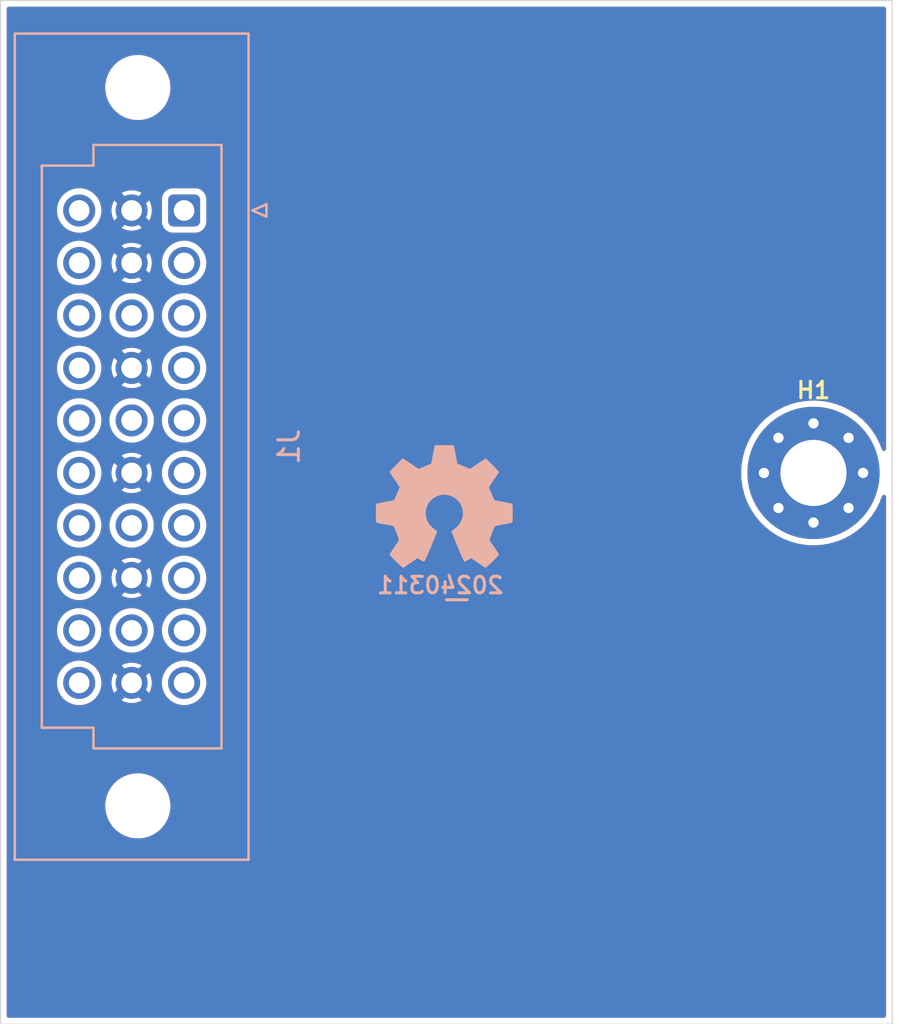
<source format=kicad_pcb>
(kicad_pcb (version 20221018) (generator pcbnew)
  (layers (0 "F.Cu" mixed) (31 "B.Cu" mixed) (34 "B.Paste" user) (35 "F.Paste" user) (36 "B.SilkS" user "B.Silkscreen") (37 "F.SilkS" user "F.Silkscreen") (38 "B.Mask" user) (39 "F.Mask" user) (44 "Edge.Cuts" user))
  (net 0 "")
  (net 1 "GND")
  (net 2 "/+aV")
  (net 3 "/+5V")
  (net 16 "/-aV")
  (net 17 "/xV")
  (footprint "SquantorPcbOutline:MountingHole_3.2mm_M3_Pad_Via" (layer "F.Cu") (at 179.07 86.36)
    (fp_text reference "H1" (at 0 -4) (layer "F.SilkS") (effects (font (size 0.8 0.8))))
    (fp_text value "MountingHole")
    (pad "1" thru_hole circle (at -2.4 0) (size 0.9 0.9) (drill 0.5) (layers "*.Cu" "*.Mask"))
    (pad "1" thru_hole circle (at -1.697056 -1.697056) (size 0.9 0.9) (drill 0.5) (layers "*.Cu" "*.Mask"))
    (pad "1" thru_hole circle (at -1.697056 1.697056) (size 0.9 0.9) (drill 0.5) (layers "*.Cu" "*.Mask"))
    (pad "1" thru_hole circle (at 0 -2.4) (size 0.9 0.9) (drill 0.5) (layers "*.Cu" "*.Mask"))
    (pad "1" thru_hole circle (at 0 0) (size 6.4 6.4) (drill 3.2) (layers "*.Cu" "*.Mask"))
    (pad "1" thru_hole circle (at 0 2.4) (size 0.9 0.9) (drill 0.5) (layers "*.Cu" "*.Mask"))
    (pad "1" thru_hole circle (at 1.697056 -1.697056) (size 0.9 0.9) (drill 0.5) (layers "*.Cu" "*.Mask"))
    (pad "1" thru_hole circle (at 1.697056 1.697056) (size 0.9 0.9) (drill 0.5) (layers "*.Cu" "*.Mask"))
    (pad "1" thru_hole circle (at 2.4 0) (size 0.9 0.9) (drill 0.5) (layers "*.Cu" "*.Mask"))
  )
  (footprint "SquantorLabels:Label_Generic" (layer "B.Cu") (at 161.8 91.9 180)
    (fp_text reference "N1" hide)
    (fp_text value "20240311" (at 0.8 0.1) (layer "B.SilkS") (effects (font (size 0.8 0.8)) (justify mirror)))
    (fp_line (start -0.5 -0.6) (end 0.5 -0.6) (stroke (width 0.15)) (layer "B.SilkS"))
  )
  (footprint "Symbol:OSHW-Symbol_6.7x6mm_SilkScreen" (layer "B.Cu") (at 161.2 88 180)
    (fp_text reference "N2" hide)
    (fp_text value "OHWLOGO" hide)
    (fp_poly (pts (xy 0.555814 2.531069) (xy 0.639635 2.086445) (xy 0.94892 1.958947) (xy 1.258206 1.831449) (xy 1.629246 2.083754) (xy 1.733157 2.154004) (xy 1.827087 2.216728) (xy 1.906652 2.269062) (xy 1.96747 2.308143) (xy 2.005157 2.331107) (xy 2.015421 2.336058) (xy 2.03391 2.323324) (xy 2.07342 2.288118) (xy 2.129522 2.234938) (xy 2.197787 2.168282) (xy 2.273786 2.092646) (xy 2.353092 2.012528) (xy 2.431275 1.932426) (xy 2.503907 1.856836) (xy 2.566559 1.790255) (xy 2.614803 1.737182) (xy 2.64421 1.702113) (xy 2.651241 1.690377) (xy 2.641123 1.66874) (xy 2.612759 1.621338) (xy 2.569129 1.552807) (xy 2.513218 1.467785) (xy 2.448006 1.370907) (xy 2.410219 1.31565) (xy 2.341343 1.214752) (xy 2.28014 1.123701) (xy 2.229578 1.04703) (xy 2.192628 0.989272) (xy 2.172258 0.954957) (xy 2.169197 0.947746) (xy 2.176136 0.927252) (xy 2.195051 0.879487) (xy 2.223087 0.811168) (xy 2.257391 0.729011) (xy 2.295109 0.63973) (xy 2.333387 0.550042) (xy 2.36937 0.466662) (xy 2.400206 0.396306) (xy 2.423039 0.34569) (xy 2.435017 0.321529) (xy 2.435724 0.320578) (xy 2.454531 0.315964) (xy 2.504618 0.305672) (xy 2.580793 0.290713) (xy 2.677865 0.272099) (xy 2.790643 0.250841) (xy 2.856442 0.238582) (xy 2.97695 0.215638) (xy 3.085797 0.193805) (xy 3.177476 0.174278) (xy 3.246481 0.158252) (xy 3.287304 0.146921) (xy 3.295511 0.143326) (xy 3.303548 0.118994) (xy 3.310033 0.064041) (xy 3.31497 -0.015108) (xy 3.318364 -0.112026) (xy 3.320218 -0.220287) (xy 3.320538 -0.333465) (xy 3.319327 -0.445135) (xy 3.31659 -0.548868) (xy 3.312331 -0.638241) (xy 3.306555 -0.706826) (xy 3.299267 -0.748197) (xy 3.294895 -0.75681) (xy 3.268764 -0.767133) (xy 3.213393 -0.781892) (xy 3.136107 -0.799352) (xy 3.04423 -0.81778) (xy 3.012158 -0.823741) (xy 2.857524 -0.852066) (xy 2.735375 -0.874876) (xy 2.641673 -0.89308) (xy 2.572384 -0.907583) (xy 2.523471 -0.919292) (xy 2.490897 -0.929115) (xy 2.470628 -0.937956) (xy 2.458626 -0.946724) (xy 2.456947 -0.948457) (xy 2.440184 -0.976371) (xy 2.414614 -1.030695) (xy 2.382788 -1.104777) (xy 2.34726 -1.191965) (xy 2.310583 -1.285608) (xy 2.275311 -1.379052) (xy 2.243996 -1.465647) (xy 2.219193 -1.53874) (xy 2.203454 -1.591678) (xy 2.199332 -1.617811) (xy 2.199676 -1.618726) (xy 2.213641 -1.640086) (xy 2.245322 -1.687084) (xy 2.291391 -1.754827) (xy 2.348518 -1.838423) (xy 2.413373 -1.932982) (xy 2.431843 -1.959854) (xy 2.497699 -2.057275) (xy 2.55565 -2.146163) (xy 2.602538 -2.221412) (xy 2.635207 -2.27792) (xy 2.6505 -2.310581) (xy 2.651241 -2.314593) (xy 2.638392 -2.335684) (xy 2.602888 -2.377464) (xy 2.549293 -2.435445) (xy 2.482171 -2.505135) (xy 2.406087 -2.582045) (xy 2.325604 -2.661683) (xy 2.245287 -2.739561) (xy 2.169699 -2.811186) (xy 2.103405 -2.87207) (xy 2.050969 -2.917721) (xy 2.016955 -2.94365) (xy 2.007545 -2.947883) (xy 1.985643 -2.937912) (xy 1.9408 -2.91102) (xy 1.880321 -2.871736) (xy 1.833789 -2.840117) (xy 1.749475 -2.782098) (xy 1.649626 -2.713784) (xy 1.549473 -2.645579) (xy 1.495627 -2.609075) (xy 1.313371 -2.4858) (xy 1.160381 -2.56852) (xy 1.090682 -2.604759) (xy 1.031414 -2.632926) (xy 0.991311 -2.648991) (xy 0.981103 -2.651226) (xy 0.968829 -2.634722) (xy 0.944613 -2.588082) (xy 0.910263 -2.515609) (xy 0.867588 -2.421606) (xy 0.818394 -2.310374) (xy 0.76449 -2.186215) (xy 0.707684 -2.053432) (xy 0.649782 -1.916327) (xy 0.592593 -1.779202) (xy 0.537924 -1.646358) (xy 0.487584 -1.522098) (xy 0.44338 -1.410725) (xy 0.407119 -1.316539) (xy 0.380609 -1.243844) (xy 0.365658 -1.196941) (xy 0.363254 -1.180833) (xy 0.382311 -1.160286) (xy 0.424036 -1.126933) (xy 0.479706 -1.087702) (xy 0.484378 -1.084599) (xy 0.628264 -0.969423) (xy 0.744283 -0.835053) (xy 0.83143 -0.685784) (xy 0.888699 -0.525913) (xy 0.915086 -0.359737) (xy 0.909585 -0.191552) (xy 0.87119 -0.025655) (xy 0.798895 0.133658) (xy 0.777626 0.168513) (xy 0.666996 0.309263) (xy 0.536302 0.422286) (xy 0.390064 0.506997) (xy 0.232808 0.562806) (xy 0.069057 0.589126) (xy -0.096667 0.58537) (xy -0.259838 0.55095) (xy -0.415935 0.485277) (xy -0.560433 0.387765) (xy -0.605131 0.348187) (xy -0.718888 0.224297) (xy -0.801782 0.093876) (xy -0.858644 -0.052315) (xy -0.890313 -0.197088) (xy -0.898131 -0.35986) (xy -0.872062 -0.52344) (xy -0.814755 -0.682298) (xy -0.728856 -0.830906) (xy -0.617014 -0.963735) (xy -0.481877 -1.075256) (xy -0.464117 -1.087011) (xy -0.40785 -1.125508) (xy -0.365077 -1.158863) (xy -0.344628 -1.18016) (xy -0.344331 -1.180833) (xy -0.348721 -1.203871) (xy -0.366124 -1.256157) (xy -0.394732 -1.33339) (xy -0.432735 -1.431268) (xy -0.478326 -1.545491) (xy -0.529697 -1.671758) (xy -0.585038 -1.805767) (xy -0.642542 -1.943218) (xy -0.700399 -2.079808) (xy -0.756802 -2.211237) (xy -0.809942 -2.333205) (xy -0.85801 -2.441409) (xy -0.899199 -2.531549) (xy -0.931699 -2.599323) (xy -0.953703 -2.64043) (xy -0.962564 -2.651226) (xy -0.98964 -2.642819) (xy -1.040303 -2.620272) (xy -1.105817 -2.587613) (xy -1.141841 -2.56852) (xy -1.294832 -2.4858) (xy -1.477088 -2.609075) (xy -1.570125 -2.672228) (xy -1.671985 -2.741727) (xy -1.767438 -2.807165) (xy -1.81525 -2.840117) (xy -1.882495 -2.885273) (xy -1.939436 -2.921057) (xy -1.978646 -2.942938) (xy -1.991381 -2.947563) (xy -2.009917 -2.935085) (xy -2.050941 -2.900252) (xy -2.110475 -2.846678) (xy -2.184542 -2.777983) (xy -2.269165 -2.697781) (xy -2.322685 -2.646286) (xy -2.416319 -2.554286) (xy -2.497241 -2.471999) (xy -2.562177 -2.402945) (xy -2.607858 -2.350644) (xy -2.631011 -2.318616) (xy -2.633232 -2.312116) (xy -2.622924 -2.287394) (xy -2.594439 -2.237405) (xy -2.550937 -2.167212) (xy -2.495577 -2.081875) (xy -2.43152 -1.986456) (xy -2.413303 -1.959854) (xy -2.346927 -1.863167) (xy -2.287378 -1.776117) (xy -2.237984 -1.703595) (xy -2.202075 -1.650493) (xy -2.182981 -1.621703) (xy -2.181136 -1.618726) (xy -2.183895 -1.595782) (xy -2.198538 -1.545336) (xy -2.222513 -1.474041) (xy -2.253266 -1.388547) (xy -2.288244 -1.295507) (xy -2.324893 -1.201574) (xy -2.360661 -1.113399) (xy -2.392994 -1.037634) (xy -2.419338 -0.980931) (xy -2.437142 -0.949943) (xy -2.438407 -0.948457) (xy -2.449294 -0.939601) (xy -2.467682 -0.930843) (xy -2.497606 -0.921277) (xy -2.543103 -0.909996) (xy -2.608209 -0.896093) (xy -2.696961 -0.878663) (xy -2.813393 -0.856798) (xy -2.961542 -0.829591) (xy -2.993618 -0.823741) (xy -3.088686 -0.805374) (xy -3.171565 -0.787405) (xy -3.23493 -0.771569) (xy -3.271458 -0.7596) (xy -3.276356 -0.75681) (xy -3.284427 -0.732072) (xy -3.290987 -0.67679) (xy -3.296033 -0.597389) (xy -3.299559 -0.500296) (xy -3.301561 -0.391938) (xy -3.302036 -0.27874) (xy -3.300977 -0.167128) (xy -3.298382 -0.063529) (xy -3.294246 0.025632) (xy -3.288563 0.093928) (xy -3.281331 0.134934) (xy -3.276971 0.143326) (xy -3.252698 0.151792) (xy -3.197426 0.165565) (xy -3.116662 0.18345) (xy -3.015912 0.204252) (xy -2.900683 0.226777) (xy -2.837902 0.238582) (xy -2.718787 0.260849) (xy -2.612565 0.281021) (xy -2.524427 0.298085) (xy -2.459566 0.311031) (xy -2.423174 0.318845) (xy -2.417184 0.320578) (xy -2.407061 0.34011) (xy -2.385662 0.387157) (xy -2.355839 0.454997) (xy -2.320445 0.536909) (xy -2.282332 0.626172) (xy -2.244353 0.716065) (xy -2.20936 0.799865) (xy -2.180206 0.870853) (xy -2.159743 0.922306) (xy -2.150823 0.947503) (xy -2.150657 0.948604) (xy -2.160769 0.968481) (xy -2.189117 1.014223) (xy -2.232723 1.081283) (xy -2.288606 1.165116) (xy -2.353787 1.261174) (xy -2.391679 1.31635) (xy -2.460725 1.417519) (xy -2.52205 1.50937) (xy -2.572663 1.587256) (xy -2.609571 1.646531) (xy -2.629782 1.682549) (xy -2.632701 1.690623) (xy -2.620153 1.709416) (xy -2.585463 1.749543) (xy -2.533063 1.806507) (xy -2.467384 1.875815) (xy -2.392856 1.952969) (xy -2.313913 2.033475) (xy -2.234983 2.112837) (xy -2.1605 2.18656) (xy -2.094894 2.250148) (xy -2.042596 2.299106) (xy -2.008039 2.328939) (xy -1.996478 2.336058) (xy -1.977654 2.326047) (xy -1.932631 2.297922) (xy -1.865787 2.254546) (xy -1.781499 2.198782) (xy -1.684144 2.133494) (xy -1.610707 2.083754) (xy -1.239667 1.831449) (xy -0.621095 2.086445) (xy -0.537275 2.531069) (xy -0.453454 2.975693) (xy 0.471994 2.975693) (xy 0.555814 2.531069)) (stroke (width 0.01)) (fill solid) (layer "B.SilkS"))
  )
  (footprint "SquantorConnectors:DIN41612_R3_3x10_Male_Vertical_THT" (layer "B.Cu") (at 146.05 85.09 -90)
    (fp_text reference "J1" (at 0 -7.62 90) (layer "B.SilkS") (effects (justify mirror)))
    (fp_text value "~")
    (fp_line (start -19.99 -5.66) (end -19.99 5.66) (stroke (width 0.12)) (layer "B.SilkS"))
    (fp_line (start -19.99 5.66) (end 19.99 5.66) (stroke (width 0.12)) (layer "B.SilkS"))
    (fp_line (start -14.6 -4.35) (end -14.6 1.85) (stroke (width 0.12)) (layer "B.SilkS"))
    (fp_line (start -14.6 1.85) (end -13.6 1.85) (stroke (width 0.12)) (layer "B.SilkS"))
    (fp_line (start -13.6 1.85) (end -13.6 4.35) (stroke (width 0.12)) (layer "B.SilkS"))
    (fp_line (start -13.6 4.35) (end 13.6 4.35) (stroke (width 0.12)) (layer "B.SilkS"))
    (fp_line (start -11.73 -6.53) (end -11.13 -6.53) (stroke (width 0.12)) (layer "B.SilkS"))
    (fp_line (start -11.43 -5.85) (end -11.73 -6.53) (stroke (width 0.12)) (layer "B.SilkS"))
    (fp_line (start -11.13 -6.53) (end -11.43 -5.85) (stroke (width 0.12)) (layer "B.SilkS"))
    (fp_line (start 13.6 1.85) (end 14.6 1.85) (stroke (width 0.12)) (layer "B.SilkS"))
    (fp_line (start 13.6 4.35) (end 13.6 1.85) (stroke (width 0.12)) (layer "B.SilkS"))
    (fp_line (start 14.6 -4.35) (end -14.6 -4.35) (stroke (width 0.12)) (layer "B.SilkS"))
    (fp_line (start 14.6 1.85) (end 14.6 -4.35) (stroke (width 0.12)) (layer "B.SilkS"))
    (fp_line (start 19.99 -5.66) (end -19.99 -5.66) (stroke (width 0.12)) (layer "B.SilkS"))
    (fp_line (start 19.99 5.66) (end 19.99 -5.66) (stroke (width 0.12)) (layer "B.SilkS"))
    (pad "" np_thru_hole circle (at -17.38 -0.3 180) (size 2.85 2.85) (drill 2.85) (layers "*.Cu" "*.Mask"))
    (pad "" np_thru_hole circle (at 17.38 -0.3 180) (size 2.85 2.85) (drill 2.85) (layers "*.Cu" "*.Mask"))
    (pad "A1" thru_hole roundrect (at -11.43 -2.54 180) (size 1.55 1.55) (drill 1) (layers "*.Cu" "*.Mask") (roundrect_rratio 0.16129) (net 2 "/+aV"))
    (pad "A2" thru_hole circle (at -8.89 -2.54 180) (size 1.55 1.55) (drill 1) (layers "*.Cu" "*.Mask") (net 3 "/+5V"))
    (pad "A3" thru_hole circle (at -6.35 -2.54 180) (size 1.55 1.55) (drill 1) (layers "*.Cu" "*.Mask"))
    (pad "A4" thru_hole circle (at -3.81 -2.54 180) (size 1.55 1.55) (drill 1) (layers "*.Cu" "*.Mask"))
    (pad "A5" thru_hole circle (at -1.27 -2.54 180) (size 1.55 1.55) (drill 1) (layers "*.Cu" "*.Mask"))
    (pad "A6" thru_hole circle (at 1.27 -2.54 180) (size 1.55 1.55) (drill 1) (layers "*.Cu" "*.Mask"))
    (pad "A7" thru_hole circle (at 3.81 -2.54 180) (size 1.55 1.55) (drill 1) (layers "*.Cu" "*.Mask"))
    (pad "A8" thru_hole circle (at 6.35 -2.54 180) (size 1.55 1.55) (drill 1) (layers "*.Cu" "*.Mask"))
    (pad "A9" thru_hole circle (at 8.89 -2.54 180) (size 1.55 1.55) (drill 1) (layers "*.Cu" "*.Mask"))
    (pad "A10" thru_hole circle (at 11.43 -2.54 180) (size 1.55 1.55) (drill 1) (layers "*.Cu" "*.Mask"))
    (pad "B1" thru_hole circle (at -11.43 0 180) (size 1.55 1.55) (drill 1) (layers "*.Cu" "*.Mask") (net 1 "GND"))
    (pad "B2" thru_hole circle (at -8.89 0 180) (size 1.55 1.55) (drill 1) (layers "*.Cu" "*.Mask") (net 1 "GND"))
    (pad "B3" thru_hole circle (at -6.35 0 180) (size 1.55 1.55) (drill 1) (layers "*.Cu" "*.Mask"))
    (pad "B4" thru_hole circle (at -3.81 0 180) (size 1.55 1.55) (drill 1) (layers "*.Cu" "*.Mask") (net 1 "GND"))
    (pad "B5" thru_hole circle (at -1.27 0 180) (size 1.55 1.55) (drill 1) (layers "*.Cu" "*.Mask"))
    (pad "B6" thru_hole circle (at 1.27 0 180) (size 1.55 1.55) (drill 1) (layers "*.Cu" "*.Mask") (net 1 "GND"))
    (pad "B7" thru_hole circle (at 3.81 0 180) (size 1.55 1.55) (drill 1) (layers "*.Cu" "*.Mask"))
    (pad "B8" thru_hole circle (at 6.35 0 180) (size 1.55 1.55) (drill 1) (layers "*.Cu" "*.Mask") (net 1 "GND"))
    (pad "B9" thru_hole circle (at 8.89 0 180) (size 1.55 1.55) (drill 1) (layers "*.Cu" "*.Mask"))
    (pad "B10" thru_hole circle (at 11.43 0 180) (size 1.55 1.55) (drill 1) (layers "*.Cu" "*.Mask") (net 1 "GND"))
    (pad "C1" thru_hole circle (at -11.43 2.54 180) (size 1.55 1.55) (drill 1) (layers "*.Cu" "*.Mask") (net 16 "/-aV"))
    (pad "C2" thru_hole circle (at -8.89 2.54 180) (size 1.55 1.55) (drill 1) (layers "*.Cu" "*.Mask") (net 17 "/xV"))
    (pad "C3" thru_hole circle (at -6.35 2.54 180) (size 1.55 1.55) (drill 1) (layers "*.Cu" "*.Mask"))
    (pad "C4" thru_hole circle (at -3.81 2.54 180) (size 1.55 1.55) (drill 1) (layers "*.Cu" "*.Mask"))
    (pad "C5" thru_hole circle (at -1.27 2.54 180) (size 1.55 1.55) (drill 1) (layers "*.Cu" "*.Mask"))
    (pad "C6" thru_hole circle (at 1.27 2.54 180) (size 1.55 1.55) (drill 1) (layers "*.Cu" "*.Mask"))
    (pad "C7" thru_hole circle (at 3.81 2.54 180) (size 1.55 1.55) (drill 1) (layers "*.Cu" "*.Mask"))
    (pad "C8" thru_hole circle (at 6.35 2.54 180) (size 1.55 1.55) (drill 1) (layers "*.Cu" "*.Mask"))
    (pad "C9" thru_hole circle (at 8.89 2.54 180) (size 1.55 1.55) (drill 1) (layers "*.Cu" "*.Mask"))
    (pad "C10" thru_hole circle (at 11.43 2.54 180) (size 1.55 1.55) (drill 1) (layers "*.Cu" "*.Mask"))
  )
  (gr_rect (start 139.7 63.5) (end 182.88 113.03) (stroke (width 0.05)) (fill none) (layer "Edge.Cuts"))
  (zone (net 1) (net_name "GND") (layers "F&B.Cu") (connect_pads (clearance 0.3)) (min_thickness 0.2) (fill yes (thermal_gap 0.2) (thermal_bridge_width 0.5))
    (polygon (pts (xy 139.7 63.5) (xy 182.88 63.5) (xy 182.88 113.03) (xy 139.7 113.03)))
  )
)
</source>
